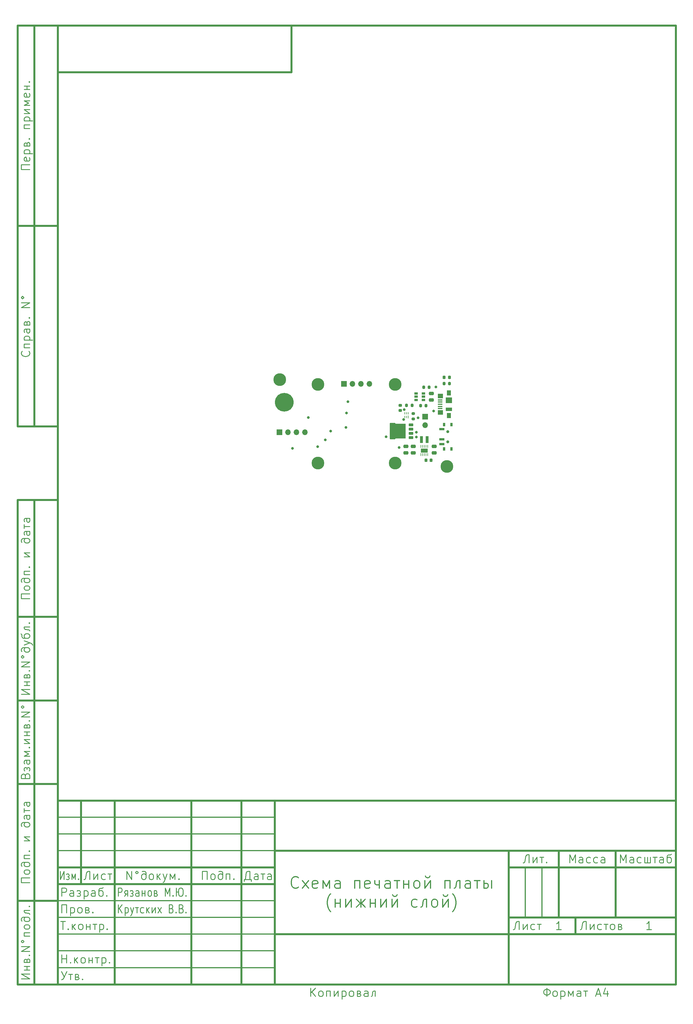
<source format=gbr>
%TF.GenerationSoftware,KiCad,Pcbnew,(6.0.0)*%
%TF.CreationDate,2022-01-12T10:47:11+03:00*%
%TF.ProjectId,Curse_PCB,43757273-655f-4504-9342-2e6b69636164,rev?*%
%TF.SameCoordinates,Original*%
%TF.FileFunction,Soldermask,Bot*%
%TF.FilePolarity,Negative*%
%FSLAX46Y46*%
G04 Gerber Fmt 4.6, Leading zero omitted, Abs format (unit mm)*
G04 Created by KiCad (PCBNEW (6.0.0)) date 2022-01-12 10:47:11*
%MOMM*%
%LPD*%
G01*
G04 APERTURE LIST*
G04 Aperture macros list*
%AMRoundRect*
0 Rectangle with rounded corners*
0 $1 Rounding radius*
0 $2 $3 $4 $5 $6 $7 $8 $9 X,Y pos of 4 corners*
0 Add a 4 corners polygon primitive as box body*
4,1,4,$2,$3,$4,$5,$6,$7,$8,$9,$2,$3,0*
0 Add four circle primitives for the rounded corners*
1,1,$1+$1,$2,$3*
1,1,$1+$1,$4,$5*
1,1,$1+$1,$6,$7*
1,1,$1+$1,$8,$9*
0 Add four rect primitives between the rounded corners*
20,1,$1+$1,$2,$3,$4,$5,0*
20,1,$1+$1,$4,$5,$6,$7,0*
20,1,$1+$1,$6,$7,$8,$9,0*
20,1,$1+$1,$8,$9,$2,$3,0*%
%AMFreePoly0*
4,1,21,3.024497,2.399497,3.045000,2.350000,3.045000,-2.350000,3.024497,-2.399497,2.975000,-2.420000,1.425000,-2.420000,1.375503,-2.399497,1.355000,-2.350000,1.355000,-2.170000,-1.650000,-2.170000,-1.699497,-2.149497,-1.720000,-2.100000,-1.720000,2.100000,-1.699497,2.149497,-1.650000,2.170000,1.355000,2.170000,1.355000,2.350000,1.375503,2.399497,1.425000,2.420000,2.975000,2.420000,
3.024497,2.399497,3.024497,2.399497,$1*%
G04 Aperture macros list end*
%ADD10C,0.100000*%
%ADD11C,0.600000*%
%ADD12C,0.300000*%
%ADD13C,0.250000*%
%ADD14C,0.350000*%
%ADD15C,0.500000*%
%ADD16O,1.700000X1.700000*%
%ADD17R,1.700000X1.700000*%
%ADD18C,3.800000*%
%ADD19C,5.600000*%
%ADD20RoundRect,0.225000X-0.250000X0.225000X-0.250000X-0.225000X0.250000X-0.225000X0.250000X0.225000X0*%
%ADD21RoundRect,0.250000X-0.475000X0.250000X-0.475000X-0.250000X0.475000X-0.250000X0.475000X0.250000X0*%
%ADD22RoundRect,0.225000X-0.225000X-0.250000X0.225000X-0.250000X0.225000X0.250000X-0.225000X0.250000X0*%
%ADD23R,0.280000X0.850000*%
%ADD24R,0.280000X0.750000*%
%ADD25RoundRect,0.062500X-0.062500X0.350000X-0.062500X-0.350000X0.062500X-0.350000X0.062500X0.350000X0*%
%ADD26R,2.000000X1.200000*%
%ADD27R,0.850000X2.000000*%
%ADD28RoundRect,0.200000X0.200000X0.275000X-0.200000X0.275000X-0.200000X-0.275000X0.200000X-0.275000X0*%
%ADD29RoundRect,0.200000X-0.275000X0.200000X-0.275000X-0.200000X0.275000X-0.200000X0.275000X0.200000X0*%
%ADD30RoundRect,0.070000X-0.575000X0.350000X-0.575000X-0.350000X0.575000X-0.350000X0.575000X0.350000X0*%
%ADD31FreePoly0,180.000000*%
%ADD32RoundRect,0.250000X0.475000X-0.250000X0.475000X0.250000X-0.475000X0.250000X-0.475000X-0.250000X0*%
%ADD33R,1.060000X0.650000*%
%ADD34RoundRect,0.218750X-0.218750X-0.256250X0.218750X-0.256250X0.218750X0.256250X-0.218750X0.256250X0*%
%ADD35RoundRect,0.200000X-0.200000X-0.275000X0.200000X-0.275000X0.200000X0.275000X-0.200000X0.275000X0*%
%ADD36C,0.900000*%
%ADD37R,0.800000X1.000000*%
%ADD38R,1.500000X0.700000*%
%ADD39R,1.380000X0.450000*%
%ADD40R,1.300000X1.650000*%
%ADD41R,1.900000X1.000000*%
%ADD42R,1.550000X1.425000*%
%ADD43R,1.900000X1.800000*%
%ADD44C,0.800000*%
G04 APERTURE END LIST*
D10*
D11*
X20000000Y-292002200D02*
X20000000Y-5000000D01*
X205007200Y-5000000D01*
X205007200Y-292002200D01*
X20000000Y-292002200D01*
D10*
D11*
X8000000Y-232002200D02*
X20000000Y-232002200D01*
D10*
D11*
X8000000Y-207002200D02*
X20000000Y-207002200D01*
D10*
D11*
X8000000Y-182002200D02*
X20000000Y-182002200D01*
D10*
D11*
X90000000Y-5000000D02*
X90000000Y-19000000D01*
D10*
D11*
X20000000Y-19000000D02*
X90000000Y-19000000D01*
D10*
D11*
X8000000Y-147002200D02*
X20000000Y-147002200D01*
D10*
D11*
X8000000Y-292002200D02*
X20000000Y-292002200D01*
D10*
D11*
X8000000Y-267002200D02*
X20000000Y-267002200D01*
D10*
D11*
X85007200Y-237002200D02*
X85007200Y-292002200D01*
D10*
D11*
X75007200Y-237002200D02*
X75007200Y-292002200D01*
D10*
D11*
X60007200Y-237002200D02*
X60007200Y-292002200D01*
D10*
D11*
X37007200Y-237002200D02*
X37007200Y-292002200D01*
D10*
D11*
X27007200Y-237002200D02*
X27007200Y-262002200D01*
D10*
D12*
X20007200Y-252002200D02*
X85007200Y-252002200D01*
D10*
D12*
X20007200Y-247002200D02*
X85007200Y-247002200D01*
D10*
D12*
X20007200Y-242002200D02*
X85007200Y-242002200D01*
D10*
D11*
X20007200Y-262002200D02*
X85007200Y-262002200D01*
D10*
D11*
X20007200Y-257002200D02*
X85007200Y-257002200D01*
D10*
D12*
X20007200Y-287002200D02*
X85007200Y-287002200D01*
D10*
D12*
X20007200Y-282002200D02*
X85007200Y-282002200D01*
D10*
D12*
X20007200Y-277002200D02*
X85007200Y-277002200D01*
D10*
D12*
X20007200Y-272002200D02*
X85007200Y-272002200D01*
D10*
D12*
X20007200Y-267002200D02*
X85007200Y-267002200D01*
D10*
D11*
X20007200Y-237002200D02*
X205007200Y-237002200D01*
D10*
D11*
X8000000Y-147002200D02*
X8000000Y-292002200D01*
D10*
D11*
X13000000Y-147002200D02*
X13000000Y-292002200D01*
D10*
D12*
X160007200Y-257002200D02*
X160007200Y-272002200D01*
D10*
D12*
X165007200Y-257002200D02*
X165007200Y-272002200D01*
D10*
D11*
X170007200Y-252002200D02*
X170007200Y-272002200D01*
D10*
D11*
X187007200Y-252002200D02*
X187007200Y-272002200D01*
D10*
D11*
X155007200Y-272002200D02*
X205007200Y-272002200D01*
D10*
D11*
X155007200Y-257002200D02*
X205007200Y-257002200D01*
D10*
D11*
X155007200Y-252002200D02*
X155007200Y-292002200D01*
D10*
D11*
X85007200Y-277002200D02*
X205007200Y-277002200D01*
D10*
D11*
X85007200Y-252002200D02*
X205007200Y-252002200D01*
D10*
D11*
X20007200Y-292002200D02*
X20007200Y-237002200D01*
D10*
D11*
X175007200Y-272002200D02*
X175007200Y-277002200D01*
D10*
D11*
X8000000Y-5002200D02*
X20000000Y-5002200D01*
D10*
D11*
X8000000Y-65002200D02*
X20000000Y-65002200D01*
D10*
D11*
X8000000Y-125002200D02*
X20000000Y-125002200D01*
D10*
D11*
X8000000Y-5002200D02*
X8000000Y-125002200D01*
D10*
D11*
X13000000Y-5002200D02*
X13000000Y-125002200D01*
D10*
D13*
X40709580Y-260633152D02*
X40709580Y-258133152D01*
X42138152Y-260633152D01*
X42138152Y-258133152D01*
X43685771Y-258133152D02*
X43447676Y-258252200D01*
X43328628Y-258490295D01*
X43447676Y-258728390D01*
X43685771Y-258847438D01*
X43923866Y-258728390D01*
X44042914Y-258490295D01*
X43923866Y-258252200D01*
X43685771Y-258133152D01*
X46423866Y-259204580D02*
X46304819Y-259085533D01*
X46066723Y-258966485D01*
X45590533Y-258966485D01*
X45352438Y-259085533D01*
X45233390Y-259204580D01*
X45114342Y-259442676D01*
X45114342Y-260156961D01*
X45233390Y-260395057D01*
X45352438Y-260514104D01*
X45590533Y-260633152D01*
X45947676Y-260633152D01*
X46185771Y-260514104D01*
X46304819Y-260395057D01*
X46423866Y-260156961D01*
X46423866Y-258609342D01*
X46304819Y-258371247D01*
X46185771Y-258252200D01*
X45947676Y-258133152D01*
X45471485Y-258133152D01*
X45233390Y-258252200D01*
X47852438Y-260633152D02*
X47614342Y-260514104D01*
X47495295Y-260395057D01*
X47376247Y-260156961D01*
X47376247Y-259442676D01*
X47495295Y-259204580D01*
X47614342Y-259085533D01*
X47852438Y-258966485D01*
X48209580Y-258966485D01*
X48447676Y-259085533D01*
X48566723Y-259204580D01*
X48685771Y-259442676D01*
X48685771Y-260156961D01*
X48566723Y-260395057D01*
X48447676Y-260514104D01*
X48209580Y-260633152D01*
X47852438Y-260633152D01*
X49757200Y-258966485D02*
X49757200Y-260633152D01*
X49995295Y-259680771D02*
X50709580Y-260633152D01*
X50709580Y-258966485D02*
X49757200Y-259918866D01*
X51542914Y-258966485D02*
X52138152Y-260633152D01*
X52733390Y-258966485D02*
X52138152Y-260633152D01*
X51900057Y-261228390D01*
X51781009Y-261347438D01*
X51542914Y-261466485D01*
X53685771Y-260633152D02*
X53685771Y-258966485D01*
X54400057Y-260276009D01*
X55114342Y-258966485D01*
X55114342Y-260633152D01*
X56304819Y-260395057D02*
X56423866Y-260514104D01*
X56304819Y-260633152D01*
X56185771Y-260514104D01*
X56304819Y-260395057D01*
X56304819Y-260633152D01*
D10*
D13*
X10321428Y-229561723D02*
X10440476Y-229204580D01*
X10559523Y-229085533D01*
X10797619Y-228966485D01*
X11154761Y-228966485D01*
X11392857Y-229085533D01*
X11511904Y-229204580D01*
X11630952Y-229442676D01*
X11630952Y-230395057D01*
X9130952Y-230395057D01*
X9130952Y-229561723D01*
X9250000Y-229323628D01*
X9369047Y-229204580D01*
X9607142Y-229085533D01*
X9845238Y-229085533D01*
X10083333Y-229204580D01*
X10202380Y-229323628D01*
X10321428Y-229561723D01*
X10321428Y-230395057D01*
X10797619Y-227656961D02*
X10797619Y-227418866D01*
X10083333Y-228133152D02*
X9964285Y-227895057D01*
X9964285Y-227418866D01*
X10083333Y-227180771D01*
X10321428Y-227061723D01*
X10440476Y-227061723D01*
X10678571Y-227180771D01*
X10797619Y-227418866D01*
X10916666Y-227180771D01*
X11154761Y-227061723D01*
X11273809Y-227061723D01*
X11511904Y-227180771D01*
X11630952Y-227418866D01*
X11630952Y-227895057D01*
X11511904Y-228133152D01*
X11630952Y-224918866D02*
X10321428Y-224918866D01*
X10083333Y-225037914D01*
X9964285Y-225276009D01*
X9964285Y-225752200D01*
X10083333Y-225990295D01*
X11511904Y-224918866D02*
X11630952Y-225156961D01*
X11630952Y-225752200D01*
X11511904Y-225990295D01*
X11273809Y-226109342D01*
X11035714Y-226109342D01*
X10797619Y-225990295D01*
X10678571Y-225752200D01*
X10678571Y-225156961D01*
X10559523Y-224918866D01*
X11630952Y-223728390D02*
X9964285Y-223728390D01*
X11273809Y-223014104D01*
X9964285Y-222299819D01*
X11630952Y-222299819D01*
X11392857Y-221109342D02*
X11511904Y-220990295D01*
X11630952Y-221109342D01*
X11511904Y-221228390D01*
X11392857Y-221109342D01*
X11630952Y-221109342D01*
X9964285Y-219918866D02*
X11630952Y-219918866D01*
X9964285Y-218728390D01*
X11630952Y-218728390D01*
X10797619Y-217537914D02*
X10797619Y-216466485D01*
X9964285Y-217537914D02*
X11630952Y-217537914D01*
X9964285Y-216466485D02*
X11630952Y-216466485D01*
X10797619Y-214680771D02*
X10916666Y-214323628D01*
X11154761Y-214204580D01*
X11273809Y-214204580D01*
X11511904Y-214323628D01*
X11630952Y-214561723D01*
X11630952Y-215276009D01*
X9964285Y-215276009D01*
X9964285Y-214680771D01*
X10083333Y-214442676D01*
X10321428Y-214323628D01*
X10440476Y-214323628D01*
X10678571Y-214442676D01*
X10797619Y-214680771D01*
X10797619Y-215276009D01*
X11392857Y-213133152D02*
X11511904Y-213014104D01*
X11630952Y-213133152D01*
X11511904Y-213252200D01*
X11392857Y-213133152D01*
X11630952Y-213133152D01*
X11630952Y-211942676D02*
X9130952Y-211942676D01*
X11630952Y-210514104D01*
X9130952Y-210514104D01*
X9130952Y-208966485D02*
X9250000Y-209204580D01*
X9488095Y-209323628D01*
X9726190Y-209204580D01*
X9845238Y-208966485D01*
X9726190Y-208728390D01*
X9488095Y-208609342D01*
X9250000Y-208728390D01*
X9130952Y-208966485D01*
D10*
D13*
X77983390Y-261228390D02*
X77983390Y-260633152D01*
X75840533Y-260633152D01*
X75840533Y-261228390D01*
X77507200Y-260633152D02*
X77507200Y-258133152D01*
X76911961Y-258133152D01*
X76673866Y-258252200D01*
X76554819Y-258371247D01*
X76435771Y-258609342D01*
X76197676Y-260633152D01*
X80007200Y-260633152D02*
X80007200Y-259323628D01*
X79888152Y-259085533D01*
X79650057Y-258966485D01*
X79173866Y-258966485D01*
X78935771Y-259085533D01*
X80007200Y-260514104D02*
X79769104Y-260633152D01*
X79173866Y-260633152D01*
X78935771Y-260514104D01*
X78816723Y-260276009D01*
X78816723Y-260037914D01*
X78935771Y-259799819D01*
X79173866Y-259680771D01*
X79769104Y-259680771D01*
X80007200Y-259561723D01*
X80840533Y-258966485D02*
X82031009Y-258966485D01*
X81435771Y-258966485D02*
X81435771Y-260633152D01*
X83935771Y-260633152D02*
X83935771Y-259323628D01*
X83816723Y-259085533D01*
X83578628Y-258966485D01*
X83102438Y-258966485D01*
X82864342Y-259085533D01*
X83935771Y-260514104D02*
X83697676Y-260633152D01*
X83102438Y-260633152D01*
X82864342Y-260514104D01*
X82745295Y-260276009D01*
X82745295Y-260037914D01*
X82864342Y-259799819D01*
X83102438Y-259680771D01*
X83697676Y-259680771D01*
X83935771Y-259561723D01*
D10*
D13*
X20822225Y-258133152D02*
X20822225Y-260633152D01*
X21896215Y-258133152D01*
X21896215Y-260633152D01*
X22970205Y-259799819D02*
X23149203Y-259799819D01*
X22612208Y-259085533D02*
X22791206Y-258966485D01*
X23149203Y-258966485D01*
X23328201Y-259085533D01*
X23417700Y-259323628D01*
X23417700Y-259442676D01*
X23328201Y-259680771D01*
X23149203Y-259799819D01*
X23328201Y-259918866D01*
X23417700Y-260156961D01*
X23417700Y-260276009D01*
X23328201Y-260514104D01*
X23149203Y-260633152D01*
X22791206Y-260633152D01*
X22612208Y-260514104D01*
X24223193Y-260633152D02*
X24223193Y-258966485D01*
X24760188Y-260276009D01*
X25297182Y-258966485D01*
X25297182Y-260633152D01*
X26192174Y-260395057D02*
X26281673Y-260514104D01*
X26192174Y-260633152D01*
X26102675Y-260514104D01*
X26192174Y-260395057D01*
X26192174Y-260633152D01*
D10*
D13*
X9130952Y-205156961D02*
X11630952Y-205156961D01*
X9130952Y-203728390D01*
X11630952Y-203728390D01*
X10797619Y-202537914D02*
X10797619Y-201466485D01*
X9964285Y-202537914D02*
X11630952Y-202537914D01*
X9964285Y-201466485D02*
X11630952Y-201466485D01*
X10797619Y-199680771D02*
X10916666Y-199323628D01*
X11154761Y-199204580D01*
X11273809Y-199204580D01*
X11511904Y-199323628D01*
X11630952Y-199561723D01*
X11630952Y-200276009D01*
X9964285Y-200276009D01*
X9964285Y-199680771D01*
X10083333Y-199442676D01*
X10321428Y-199323628D01*
X10440476Y-199323628D01*
X10678571Y-199442676D01*
X10797619Y-199680771D01*
X10797619Y-200276009D01*
X11392857Y-198133152D02*
X11511904Y-198014104D01*
X11630952Y-198133152D01*
X11511904Y-198252200D01*
X11392857Y-198133152D01*
X11630952Y-198133152D01*
X11630952Y-196942676D02*
X9130952Y-196942676D01*
X11630952Y-195514104D01*
X9130952Y-195514104D01*
X9130952Y-193966485D02*
X9250000Y-194204580D01*
X9488095Y-194323628D01*
X9726190Y-194204580D01*
X9845238Y-193966485D01*
X9726190Y-193728390D01*
X9488095Y-193609342D01*
X9250000Y-193728390D01*
X9130952Y-193966485D01*
X10202380Y-191228390D02*
X10083333Y-191347438D01*
X9964285Y-191585533D01*
X9964285Y-192061723D01*
X10083333Y-192299819D01*
X10202380Y-192418866D01*
X10440476Y-192537914D01*
X11154761Y-192537914D01*
X11392857Y-192418866D01*
X11511904Y-192299819D01*
X11630952Y-192061723D01*
X11630952Y-191704580D01*
X11511904Y-191466485D01*
X11392857Y-191347438D01*
X11154761Y-191228390D01*
X9607142Y-191228390D01*
X9369047Y-191347438D01*
X9250000Y-191466485D01*
X9130952Y-191704580D01*
X9130952Y-192180771D01*
X9250000Y-192418866D01*
X9964285Y-190395057D02*
X11630952Y-189799819D01*
X9964285Y-189204580D02*
X11630952Y-189799819D01*
X12226190Y-190037914D01*
X12345238Y-190156961D01*
X12464285Y-190395057D01*
X9011904Y-187061723D02*
X9130952Y-187180771D01*
X9250000Y-187418866D01*
X9250000Y-187895057D01*
X9369047Y-188133152D01*
X9488095Y-188252200D01*
X9726190Y-188371247D01*
X11154761Y-188371247D01*
X11392857Y-188252200D01*
X11511904Y-188133152D01*
X11630952Y-187895057D01*
X11630952Y-187537914D01*
X11511904Y-187299819D01*
X11392857Y-187180771D01*
X11154761Y-187061723D01*
X10440476Y-187061723D01*
X10202380Y-187180771D01*
X10083333Y-187299819D01*
X9964285Y-187537914D01*
X9964285Y-188014104D01*
X10083333Y-188252200D01*
X10202380Y-188371247D01*
X11630952Y-185037914D02*
X9964285Y-185037914D01*
X9964285Y-185395057D01*
X10083333Y-185633152D01*
X10321428Y-185752200D01*
X11273809Y-185871247D01*
X11511904Y-185990295D01*
X11630952Y-186228390D01*
X11392857Y-183847438D02*
X11511904Y-183728390D01*
X11630952Y-183847438D01*
X11511904Y-183966485D01*
X11392857Y-183847438D01*
X11630952Y-183847438D01*
D10*
D13*
X9130952Y-290335533D02*
X11630952Y-290335533D01*
X9130952Y-288906961D01*
X11630952Y-288906961D01*
X10797619Y-287716485D02*
X10797619Y-286645057D01*
X9964285Y-287716485D02*
X11630952Y-287716485D01*
X9964285Y-286645057D02*
X11630952Y-286645057D01*
X10797619Y-284859342D02*
X10916666Y-284502200D01*
X11154761Y-284383152D01*
X11273809Y-284383152D01*
X11511904Y-284502200D01*
X11630952Y-284740295D01*
X11630952Y-285454580D01*
X9964285Y-285454580D01*
X9964285Y-284859342D01*
X10083333Y-284621247D01*
X10321428Y-284502200D01*
X10440476Y-284502200D01*
X10678571Y-284621247D01*
X10797619Y-284859342D01*
X10797619Y-285454580D01*
X11392857Y-283311723D02*
X11511904Y-283192676D01*
X11630952Y-283311723D01*
X11511904Y-283430771D01*
X11392857Y-283311723D01*
X11630952Y-283311723D01*
X11630952Y-282121247D02*
X9130952Y-282121247D01*
X11630952Y-280692676D01*
X9130952Y-280692676D01*
X9130952Y-279145057D02*
X9250000Y-279383152D01*
X9488095Y-279502200D01*
X9726190Y-279383152D01*
X9845238Y-279145057D01*
X9726190Y-278906961D01*
X9488095Y-278787914D01*
X9250000Y-278906961D01*
X9130952Y-279145057D01*
X11630952Y-277597438D02*
X9964285Y-277597438D01*
X9964285Y-276526009D01*
X11630952Y-276526009D01*
X11630952Y-274978390D02*
X11511904Y-275216485D01*
X11392857Y-275335533D01*
X11154761Y-275454580D01*
X10440476Y-275454580D01*
X10202380Y-275335533D01*
X10083333Y-275216485D01*
X9964285Y-274978390D01*
X9964285Y-274621247D01*
X10083333Y-274383152D01*
X10202380Y-274264104D01*
X10440476Y-274145057D01*
X11154761Y-274145057D01*
X11392857Y-274264104D01*
X11511904Y-274383152D01*
X11630952Y-274621247D01*
X11630952Y-274978390D01*
X10202380Y-271883152D02*
X10083333Y-272002200D01*
X9964285Y-272240295D01*
X9964285Y-272716485D01*
X10083333Y-272954580D01*
X10202380Y-273073628D01*
X10440476Y-273192676D01*
X11154761Y-273192676D01*
X11392857Y-273073628D01*
X11511904Y-272954580D01*
X11630952Y-272716485D01*
X11630952Y-272359342D01*
X11511904Y-272121247D01*
X11392857Y-272002200D01*
X11154761Y-271883152D01*
X9607142Y-271883152D01*
X9369047Y-272002200D01*
X9250000Y-272121247D01*
X9130952Y-272359342D01*
X9130952Y-272835533D01*
X9250000Y-273073628D01*
X11630952Y-269859342D02*
X9964285Y-269859342D01*
X9964285Y-270216485D01*
X10083333Y-270454580D01*
X10321428Y-270573628D01*
X11273809Y-270692676D01*
X11511904Y-270811723D01*
X11630952Y-271049819D01*
X11392857Y-268668866D02*
X11511904Y-268549819D01*
X11630952Y-268668866D01*
X11511904Y-268787914D01*
X11392857Y-268668866D01*
X11630952Y-268668866D01*
D10*
D13*
X95727438Y-295633152D02*
X95727438Y-293133152D01*
X97156009Y-295633152D02*
X96084580Y-294204580D01*
X97156009Y-293133152D02*
X95727438Y-294561723D01*
X98584580Y-295633152D02*
X98346485Y-295514104D01*
X98227438Y-295395057D01*
X98108390Y-295156961D01*
X98108390Y-294442676D01*
X98227438Y-294204580D01*
X98346485Y-294085533D01*
X98584580Y-293966485D01*
X98941723Y-293966485D01*
X99179819Y-294085533D01*
X99298866Y-294204580D01*
X99417914Y-294442676D01*
X99417914Y-295156961D01*
X99298866Y-295395057D01*
X99179819Y-295514104D01*
X98941723Y-295633152D01*
X98584580Y-295633152D01*
X100489342Y-295633152D02*
X100489342Y-293966485D01*
X101560771Y-293966485D01*
X101560771Y-295633152D01*
X102751247Y-293966485D02*
X102751247Y-295633152D01*
X103941723Y-293966485D01*
X103941723Y-295633152D01*
X105132200Y-293966485D02*
X105132200Y-296466485D01*
X105132200Y-294085533D02*
X105370295Y-293966485D01*
X105846485Y-293966485D01*
X106084580Y-294085533D01*
X106203628Y-294204580D01*
X106322676Y-294442676D01*
X106322676Y-295156961D01*
X106203628Y-295395057D01*
X106084580Y-295514104D01*
X105846485Y-295633152D01*
X105370295Y-295633152D01*
X105132200Y-295514104D01*
X107751247Y-295633152D02*
X107513152Y-295514104D01*
X107394104Y-295395057D01*
X107275057Y-295156961D01*
X107275057Y-294442676D01*
X107394104Y-294204580D01*
X107513152Y-294085533D01*
X107751247Y-293966485D01*
X108108390Y-293966485D01*
X108346485Y-294085533D01*
X108465533Y-294204580D01*
X108584580Y-294442676D01*
X108584580Y-295156961D01*
X108465533Y-295395057D01*
X108346485Y-295514104D01*
X108108390Y-295633152D01*
X107751247Y-295633152D01*
X110251247Y-294799819D02*
X110608390Y-294918866D01*
X110727438Y-295156961D01*
X110727438Y-295276009D01*
X110608390Y-295514104D01*
X110370295Y-295633152D01*
X109656009Y-295633152D01*
X109656009Y-293966485D01*
X110251247Y-293966485D01*
X110489342Y-294085533D01*
X110608390Y-294323628D01*
X110608390Y-294442676D01*
X110489342Y-294680771D01*
X110251247Y-294799819D01*
X109656009Y-294799819D01*
X112870295Y-295633152D02*
X112870295Y-294323628D01*
X112751247Y-294085533D01*
X112513152Y-293966485D01*
X112036961Y-293966485D01*
X111798866Y-294085533D01*
X112870295Y-295514104D02*
X112632200Y-295633152D01*
X112036961Y-295633152D01*
X111798866Y-295514104D01*
X111679819Y-295276009D01*
X111679819Y-295037914D01*
X111798866Y-294799819D01*
X112036961Y-294680771D01*
X112632200Y-294680771D01*
X112870295Y-294561723D01*
X115013152Y-295633152D02*
X115013152Y-293966485D01*
X114656009Y-293966485D01*
X114417914Y-294085533D01*
X114298866Y-294323628D01*
X114179819Y-295276009D01*
X114060771Y-295514104D01*
X113822676Y-295633152D01*
D10*
D13*
X158156009Y-275633152D02*
X158156009Y-273133152D01*
X157798866Y-273133152D01*
X157441723Y-273252200D01*
X157203628Y-273490295D01*
X157084580Y-273847438D01*
X156846485Y-275276009D01*
X156727438Y-275514104D01*
X156489342Y-275633152D01*
X156370295Y-275633152D01*
X159346485Y-273966485D02*
X159346485Y-275633152D01*
X160536961Y-273966485D01*
X160536961Y-275633152D01*
X162798866Y-275514104D02*
X162560771Y-275633152D01*
X162084580Y-275633152D01*
X161846485Y-275514104D01*
X161727438Y-275395057D01*
X161608390Y-275156961D01*
X161608390Y-274442676D01*
X161727438Y-274204580D01*
X161846485Y-274085533D01*
X162084580Y-273966485D01*
X162560771Y-273966485D01*
X162798866Y-274085533D01*
X163513152Y-273966485D02*
X164703628Y-273966485D01*
X164108390Y-273966485D02*
X164108390Y-275633152D01*
D10*
D13*
X29626247Y-260633152D02*
X29626247Y-258133152D01*
X29269104Y-258133152D01*
X28911961Y-258252200D01*
X28673866Y-258490295D01*
X28554819Y-258847438D01*
X28316723Y-260276009D01*
X28197676Y-260514104D01*
X27959580Y-260633152D01*
X27840533Y-260633152D01*
X30816723Y-258966485D02*
X30816723Y-260633152D01*
X32007200Y-258966485D01*
X32007200Y-260633152D01*
X34269104Y-260514104D02*
X34031009Y-260633152D01*
X33554819Y-260633152D01*
X33316723Y-260514104D01*
X33197676Y-260395057D01*
X33078628Y-260156961D01*
X33078628Y-259442676D01*
X33197676Y-259204580D01*
X33316723Y-259085533D01*
X33554819Y-258966485D01*
X34031009Y-258966485D01*
X34269104Y-259085533D01*
X34983390Y-258966485D02*
X36173866Y-258966485D01*
X35578628Y-258966485D02*
X35578628Y-260633152D01*
D10*
D13*
X178156009Y-275633152D02*
X178156009Y-273133152D01*
X177798866Y-273133152D01*
X177441723Y-273252200D01*
X177203628Y-273490295D01*
X177084580Y-273847438D01*
X176846485Y-275276009D01*
X176727438Y-275514104D01*
X176489342Y-275633152D01*
X176370295Y-275633152D01*
X179346485Y-273966485D02*
X179346485Y-275633152D01*
X180536961Y-273966485D01*
X180536961Y-275633152D01*
X182798866Y-275514104D02*
X182560771Y-275633152D01*
X182084580Y-275633152D01*
X181846485Y-275514104D01*
X181727438Y-275395057D01*
X181608390Y-275156961D01*
X181608390Y-274442676D01*
X181727438Y-274204580D01*
X181846485Y-274085533D01*
X182084580Y-273966485D01*
X182560771Y-273966485D01*
X182798866Y-274085533D01*
X183513152Y-273966485D02*
X184703628Y-273966485D01*
X184108390Y-273966485D02*
X184108390Y-275633152D01*
X185894104Y-275633152D02*
X185656009Y-275514104D01*
X185536961Y-275395057D01*
X185417914Y-275156961D01*
X185417914Y-274442676D01*
X185536961Y-274204580D01*
X185656009Y-274085533D01*
X185894104Y-273966485D01*
X186251247Y-273966485D01*
X186489342Y-274085533D01*
X186608390Y-274204580D01*
X186727438Y-274442676D01*
X186727438Y-275156961D01*
X186608390Y-275395057D01*
X186489342Y-275514104D01*
X186251247Y-275633152D01*
X185894104Y-275633152D01*
X188394104Y-274799819D02*
X188751247Y-274918866D01*
X188870295Y-275156961D01*
X188870295Y-275276009D01*
X188751247Y-275514104D01*
X188513152Y-275633152D01*
X187798866Y-275633152D01*
X187798866Y-273966485D01*
X188394104Y-273966485D01*
X188632200Y-274085533D01*
X188751247Y-274323628D01*
X188751247Y-274442676D01*
X188632200Y-274680771D01*
X188394104Y-274799819D01*
X187798866Y-274799819D01*
D10*
D13*
X161102438Y-255633152D02*
X161102438Y-253133152D01*
X160745295Y-253133152D01*
X160388152Y-253252200D01*
X160150057Y-253490295D01*
X160031009Y-253847438D01*
X159792914Y-255276009D01*
X159673866Y-255514104D01*
X159435771Y-255633152D01*
X159316723Y-255633152D01*
X162292914Y-253966485D02*
X162292914Y-255633152D01*
X163483390Y-253966485D01*
X163483390Y-255633152D01*
X164316723Y-253966485D02*
X165507200Y-253966485D01*
X164911961Y-253966485D02*
X164911961Y-255633152D01*
X166340533Y-255395057D02*
X166459580Y-255514104D01*
X166340533Y-255633152D01*
X166221485Y-255514104D01*
X166340533Y-255395057D01*
X166340533Y-255633152D01*
D10*
D13*
X173269104Y-255633152D02*
X173269104Y-253133152D01*
X174102438Y-254918866D01*
X174935771Y-253133152D01*
X174935771Y-255633152D01*
X177197676Y-255633152D02*
X177197676Y-254323628D01*
X177078628Y-254085533D01*
X176840533Y-253966485D01*
X176364342Y-253966485D01*
X176126247Y-254085533D01*
X177197676Y-255514104D02*
X176959580Y-255633152D01*
X176364342Y-255633152D01*
X176126247Y-255514104D01*
X176007200Y-255276009D01*
X176007200Y-255037914D01*
X176126247Y-254799819D01*
X176364342Y-254680771D01*
X176959580Y-254680771D01*
X177197676Y-254561723D01*
X179459580Y-255514104D02*
X179221485Y-255633152D01*
X178745295Y-255633152D01*
X178507200Y-255514104D01*
X178388152Y-255395057D01*
X178269104Y-255156961D01*
X178269104Y-254442676D01*
X178388152Y-254204580D01*
X178507200Y-254085533D01*
X178745295Y-253966485D01*
X179221485Y-253966485D01*
X179459580Y-254085533D01*
X181602438Y-255514104D02*
X181364342Y-255633152D01*
X180888152Y-255633152D01*
X180650057Y-255514104D01*
X180531009Y-255395057D01*
X180411961Y-255156961D01*
X180411961Y-254442676D01*
X180531009Y-254204580D01*
X180650057Y-254085533D01*
X180888152Y-253966485D01*
X181364342Y-253966485D01*
X181602438Y-254085533D01*
X183745295Y-255633152D02*
X183745295Y-254323628D01*
X183626247Y-254085533D01*
X183388152Y-253966485D01*
X182911961Y-253966485D01*
X182673866Y-254085533D01*
X183745295Y-255514104D02*
X183507200Y-255633152D01*
X182911961Y-255633152D01*
X182673866Y-255514104D01*
X182554819Y-255276009D01*
X182554819Y-255037914D01*
X182673866Y-254799819D01*
X182911961Y-254680771D01*
X183507200Y-254680771D01*
X183745295Y-254561723D01*
D10*
D13*
X188447676Y-255633152D02*
X188447676Y-253133152D01*
X189281009Y-254918866D01*
X190114342Y-253133152D01*
X190114342Y-255633152D01*
X192376247Y-255633152D02*
X192376247Y-254323628D01*
X192257200Y-254085533D01*
X192019104Y-253966485D01*
X191542914Y-253966485D01*
X191304819Y-254085533D01*
X192376247Y-255514104D02*
X192138152Y-255633152D01*
X191542914Y-255633152D01*
X191304819Y-255514104D01*
X191185771Y-255276009D01*
X191185771Y-255037914D01*
X191304819Y-254799819D01*
X191542914Y-254680771D01*
X192138152Y-254680771D01*
X192376247Y-254561723D01*
X194638152Y-255514104D02*
X194400057Y-255633152D01*
X193923866Y-255633152D01*
X193685771Y-255514104D01*
X193566723Y-255395057D01*
X193447676Y-255156961D01*
X193447676Y-254442676D01*
X193566723Y-254204580D01*
X193685771Y-254085533D01*
X193923866Y-253966485D01*
X194400057Y-253966485D01*
X194638152Y-254085533D01*
X196542914Y-253966485D02*
X196542914Y-255633152D01*
X195709580Y-253966485D02*
X195709580Y-255633152D01*
X197376247Y-255633152D01*
X197376247Y-253966485D01*
X198209580Y-253966485D02*
X199400057Y-253966485D01*
X198804819Y-253966485D02*
X198804819Y-255633152D01*
X201304819Y-255633152D02*
X201304819Y-254323628D01*
X201185771Y-254085533D01*
X200947676Y-253966485D01*
X200471485Y-253966485D01*
X200233390Y-254085533D01*
X201304819Y-255514104D02*
X201066723Y-255633152D01*
X200471485Y-255633152D01*
X200233390Y-255514104D01*
X200114342Y-255276009D01*
X200114342Y-255037914D01*
X200233390Y-254799819D01*
X200471485Y-254680771D01*
X201066723Y-254680771D01*
X201304819Y-254561723D01*
X203685771Y-253014104D02*
X203566723Y-253133152D01*
X203328628Y-253252200D01*
X202852438Y-253252200D01*
X202614342Y-253371247D01*
X202495295Y-253490295D01*
X202376247Y-253728390D01*
X202376247Y-255156961D01*
X202495295Y-255395057D01*
X202614342Y-255514104D01*
X202852438Y-255633152D01*
X203209580Y-255633152D01*
X203447676Y-255514104D01*
X203566723Y-255395057D01*
X203685771Y-255156961D01*
X203685771Y-254442676D01*
X203566723Y-254204580D01*
X203447676Y-254085533D01*
X203209580Y-253966485D01*
X202733390Y-253966485D01*
X202495295Y-254085533D01*
X202376247Y-254204580D01*
D10*
D13*
X21227438Y-285633152D02*
X21227438Y-283133152D01*
X21227438Y-284323628D02*
X22656009Y-284323628D01*
X22656009Y-285633152D02*
X22656009Y-283133152D01*
X23846485Y-285395057D02*
X23965533Y-285514104D01*
X23846485Y-285633152D01*
X23727438Y-285514104D01*
X23846485Y-285395057D01*
X23846485Y-285633152D01*
X25036961Y-283966485D02*
X25036961Y-285633152D01*
X25275057Y-284680771D02*
X25989342Y-285633152D01*
X25989342Y-283966485D02*
X25036961Y-284918866D01*
X27417914Y-285633152D02*
X27179819Y-285514104D01*
X27060771Y-285395057D01*
X26941723Y-285156961D01*
X26941723Y-284442676D01*
X27060771Y-284204580D01*
X27179819Y-284085533D01*
X27417914Y-283966485D01*
X27775057Y-283966485D01*
X28013152Y-284085533D01*
X28132200Y-284204580D01*
X28251247Y-284442676D01*
X28251247Y-285156961D01*
X28132200Y-285395057D01*
X28013152Y-285514104D01*
X27775057Y-285633152D01*
X27417914Y-285633152D01*
X29322676Y-284799819D02*
X30394104Y-284799819D01*
X29322676Y-283966485D02*
X29322676Y-285633152D01*
X30394104Y-283966485D02*
X30394104Y-285633152D01*
X31227438Y-283966485D02*
X32417914Y-283966485D01*
X31822676Y-283966485D02*
X31822676Y-285633152D01*
X33251247Y-283966485D02*
X33251247Y-286466485D01*
X33251247Y-284085533D02*
X33489342Y-283966485D01*
X33965533Y-283966485D01*
X34203628Y-284085533D01*
X34322676Y-284204580D01*
X34441723Y-284442676D01*
X34441723Y-285156961D01*
X34322676Y-285395057D01*
X34203628Y-285514104D01*
X33965533Y-285633152D01*
X33489342Y-285633152D01*
X33251247Y-285514104D01*
X35513152Y-285395057D02*
X35632200Y-285514104D01*
X35513152Y-285633152D01*
X35394104Y-285514104D01*
X35513152Y-285395057D01*
X35513152Y-285633152D01*
D10*
D13*
X11630952Y-48097438D02*
X9130952Y-48097438D01*
X9130952Y-46668866D01*
X11630952Y-46668866D01*
X11511904Y-44526009D02*
X11630952Y-44764104D01*
X11630952Y-45240295D01*
X11511904Y-45478390D01*
X11273809Y-45597438D01*
X10321428Y-45597438D01*
X10083333Y-45478390D01*
X9964285Y-45240295D01*
X9964285Y-44764104D01*
X10083333Y-44526009D01*
X10321428Y-44406961D01*
X10559523Y-44406961D01*
X10797619Y-45597438D01*
X9964285Y-43335533D02*
X12464285Y-43335533D01*
X10083333Y-43335533D02*
X9964285Y-43097438D01*
X9964285Y-42621247D01*
X10083333Y-42383152D01*
X10202380Y-42264104D01*
X10440476Y-42145057D01*
X11154761Y-42145057D01*
X11392857Y-42264104D01*
X11511904Y-42383152D01*
X11630952Y-42621247D01*
X11630952Y-43097438D01*
X11511904Y-43335533D01*
X10797619Y-40478390D02*
X10916666Y-40121247D01*
X11154761Y-40002200D01*
X11273809Y-40002200D01*
X11511904Y-40121247D01*
X11630952Y-40359342D01*
X11630952Y-41073628D01*
X9964285Y-41073628D01*
X9964285Y-40478390D01*
X10083333Y-40240295D01*
X10321428Y-40121247D01*
X10440476Y-40121247D01*
X10678571Y-40240295D01*
X10797619Y-40478390D01*
X10797619Y-41073628D01*
X11392857Y-38930771D02*
X11511904Y-38811723D01*
X11630952Y-38930771D01*
X11511904Y-39049819D01*
X11392857Y-38930771D01*
X11630952Y-38930771D01*
X11630952Y-35835533D02*
X9964285Y-35835533D01*
X9964285Y-34764104D01*
X11630952Y-34764104D01*
X9964285Y-33573628D02*
X12464285Y-33573628D01*
X10083333Y-33573628D02*
X9964285Y-33335533D01*
X9964285Y-32859342D01*
X10083333Y-32621247D01*
X10202380Y-32502200D01*
X10440476Y-32383152D01*
X11154761Y-32383152D01*
X11392857Y-32502200D01*
X11511904Y-32621247D01*
X11630952Y-32859342D01*
X11630952Y-33335533D01*
X11511904Y-33573628D01*
X9964285Y-31311723D02*
X11630952Y-31311723D01*
X9964285Y-30121247D01*
X11630952Y-30121247D01*
X11630952Y-28930771D02*
X9964285Y-28930771D01*
X11273809Y-28216485D01*
X9964285Y-27502200D01*
X11630952Y-27502200D01*
X11511904Y-25359342D02*
X11630952Y-25597438D01*
X11630952Y-26073628D01*
X11511904Y-26311723D01*
X11273809Y-26430771D01*
X10321428Y-26430771D01*
X10083333Y-26311723D01*
X9964285Y-26073628D01*
X9964285Y-25597438D01*
X10083333Y-25359342D01*
X10321428Y-25240295D01*
X10559523Y-25240295D01*
X10797619Y-26430771D01*
X10797619Y-24168866D02*
X10797619Y-23097438D01*
X9964285Y-24168866D02*
X11630952Y-24168866D01*
X9964285Y-23097438D02*
X11630952Y-23097438D01*
X11392857Y-21906961D02*
X11511904Y-21787914D01*
X11630952Y-21906961D01*
X11511904Y-22026009D01*
X11392857Y-21906961D01*
X11630952Y-21906961D01*
D10*
D13*
X11630952Y-261526009D02*
X9130952Y-261526009D01*
X9130952Y-260097438D01*
X11630952Y-260097438D01*
X11630952Y-258549819D02*
X11511904Y-258787914D01*
X11392857Y-258906961D01*
X11154761Y-259026009D01*
X10440476Y-259026009D01*
X10202380Y-258906961D01*
X10083333Y-258787914D01*
X9964285Y-258549819D01*
X9964285Y-258192676D01*
X10083333Y-257954580D01*
X10202380Y-257835533D01*
X10440476Y-257716485D01*
X11154761Y-257716485D01*
X11392857Y-257835533D01*
X11511904Y-257954580D01*
X11630952Y-258192676D01*
X11630952Y-258549819D01*
X10202380Y-255454580D02*
X10083333Y-255573628D01*
X9964285Y-255811723D01*
X9964285Y-256287914D01*
X10083333Y-256526009D01*
X10202380Y-256645057D01*
X10440476Y-256764104D01*
X11154761Y-256764104D01*
X11392857Y-256645057D01*
X11511904Y-256526009D01*
X11630952Y-256287914D01*
X11630952Y-255930771D01*
X11511904Y-255692676D01*
X11392857Y-255573628D01*
X11154761Y-255454580D01*
X9607142Y-255454580D01*
X9369047Y-255573628D01*
X9250000Y-255692676D01*
X9130952Y-255930771D01*
X9130952Y-256406961D01*
X9250000Y-256645057D01*
X11630952Y-254383152D02*
X9964285Y-254383152D01*
X9964285Y-253311723D01*
X11630952Y-253311723D01*
X11392857Y-252121247D02*
X11511904Y-252002200D01*
X11630952Y-252121247D01*
X11511904Y-252240295D01*
X11392857Y-252121247D01*
X11630952Y-252121247D01*
X9964285Y-249026009D02*
X11630952Y-249026009D01*
X9964285Y-247835533D01*
X11630952Y-247835533D01*
X10202380Y-243549819D02*
X10083333Y-243668866D01*
X9964285Y-243906961D01*
X9964285Y-244383152D01*
X10083333Y-244621247D01*
X10202380Y-244740295D01*
X10440476Y-244859342D01*
X11154761Y-244859342D01*
X11392857Y-244740295D01*
X11511904Y-244621247D01*
X11630952Y-244383152D01*
X11630952Y-244026009D01*
X11511904Y-243787914D01*
X11392857Y-243668866D01*
X11154761Y-243549819D01*
X9607142Y-243549819D01*
X9369047Y-243668866D01*
X9250000Y-243787914D01*
X9130952Y-244026009D01*
X9130952Y-244502200D01*
X9250000Y-244740295D01*
X11630952Y-241406961D02*
X10321428Y-241406961D01*
X10083333Y-241526009D01*
X9964285Y-241764104D01*
X9964285Y-242240295D01*
X10083333Y-242478390D01*
X11511904Y-241406961D02*
X11630952Y-241645057D01*
X11630952Y-242240295D01*
X11511904Y-242478390D01*
X11273809Y-242597438D01*
X11035714Y-242597438D01*
X10797619Y-242478390D01*
X10678571Y-242240295D01*
X10678571Y-241645057D01*
X10559523Y-241406961D01*
X9964285Y-240573628D02*
X9964285Y-239383152D01*
X9964285Y-239978390D02*
X11630952Y-239978390D01*
X11630952Y-237478390D02*
X10321428Y-237478390D01*
X10083333Y-237597438D01*
X9964285Y-237835533D01*
X9964285Y-238311723D01*
X10083333Y-238549819D01*
X11511904Y-237478390D02*
X11630952Y-237716485D01*
X11630952Y-238311723D01*
X11511904Y-238549819D01*
X11273809Y-238668866D01*
X11035714Y-238668866D01*
X10797619Y-238549819D01*
X10678571Y-238311723D01*
X10678571Y-237716485D01*
X10559523Y-237478390D01*
D10*
D13*
X11630952Y-176526009D02*
X9130952Y-176526009D01*
X9130952Y-175097438D01*
X11630952Y-175097438D01*
X11630952Y-173549819D02*
X11511904Y-173787914D01*
X11392857Y-173906961D01*
X11154761Y-174026009D01*
X10440476Y-174026009D01*
X10202380Y-173906961D01*
X10083333Y-173787914D01*
X9964285Y-173549819D01*
X9964285Y-173192676D01*
X10083333Y-172954580D01*
X10202380Y-172835533D01*
X10440476Y-172716485D01*
X11154761Y-172716485D01*
X11392857Y-172835533D01*
X11511904Y-172954580D01*
X11630952Y-173192676D01*
X11630952Y-173549819D01*
X10202380Y-170454580D02*
X10083333Y-170573628D01*
X9964285Y-170811723D01*
X9964285Y-171287914D01*
X10083333Y-171526009D01*
X10202380Y-171645057D01*
X10440476Y-171764104D01*
X11154761Y-171764104D01*
X11392857Y-171645057D01*
X11511904Y-171526009D01*
X11630952Y-171287914D01*
X11630952Y-170930771D01*
X11511904Y-170692676D01*
X11392857Y-170573628D01*
X11154761Y-170454580D01*
X9607142Y-170454580D01*
X9369047Y-170573628D01*
X9250000Y-170692676D01*
X9130952Y-170930771D01*
X9130952Y-171406961D01*
X9250000Y-171645057D01*
X11630952Y-169383152D02*
X9964285Y-169383152D01*
X9964285Y-168311723D01*
X11630952Y-168311723D01*
X11392857Y-167121247D02*
X11511904Y-167002200D01*
X11630952Y-167121247D01*
X11511904Y-167240295D01*
X11392857Y-167121247D01*
X11630952Y-167121247D01*
X9964285Y-164026009D02*
X11630952Y-164026009D01*
X9964285Y-162835533D01*
X11630952Y-162835533D01*
X10202380Y-158549819D02*
X10083333Y-158668866D01*
X9964285Y-158906961D01*
X9964285Y-159383152D01*
X10083333Y-159621247D01*
X10202380Y-159740295D01*
X10440476Y-159859342D01*
X11154761Y-159859342D01*
X11392857Y-159740295D01*
X11511904Y-159621247D01*
X11630952Y-159383152D01*
X11630952Y-159026009D01*
X11511904Y-158787914D01*
X11392857Y-158668866D01*
X11154761Y-158549819D01*
X9607142Y-158549819D01*
X9369047Y-158668866D01*
X9250000Y-158787914D01*
X9130952Y-159026009D01*
X9130952Y-159502200D01*
X9250000Y-159740295D01*
X11630952Y-156406961D02*
X10321428Y-156406961D01*
X10083333Y-156526009D01*
X9964285Y-156764104D01*
X9964285Y-157240295D01*
X10083333Y-157478390D01*
X11511904Y-156406961D02*
X11630952Y-156645057D01*
X11630952Y-157240295D01*
X11511904Y-157478390D01*
X11273809Y-157597438D01*
X11035714Y-157597438D01*
X10797619Y-157478390D01*
X10678571Y-157240295D01*
X10678571Y-156645057D01*
X10559523Y-156406961D01*
X9964285Y-155573628D02*
X9964285Y-154383152D01*
X9964285Y-154978390D02*
X11630952Y-154978390D01*
X11630952Y-152478390D02*
X10321428Y-152478390D01*
X10083333Y-152597438D01*
X9964285Y-152835533D01*
X9964285Y-153311723D01*
X10083333Y-153549819D01*
X11511904Y-152478390D02*
X11630952Y-152716485D01*
X11630952Y-153311723D01*
X11511904Y-153549819D01*
X11273809Y-153668866D01*
X11035714Y-153668866D01*
X10797619Y-153549819D01*
X10678571Y-153311723D01*
X10678571Y-152716485D01*
X10559523Y-152478390D01*
D10*
D13*
X63304819Y-260633152D02*
X63304819Y-258133152D01*
X64733390Y-258133152D01*
X64733390Y-260633152D01*
X66281009Y-260633152D02*
X66042914Y-260514104D01*
X65923866Y-260395057D01*
X65804819Y-260156961D01*
X65804819Y-259442676D01*
X65923866Y-259204580D01*
X66042914Y-259085533D01*
X66281009Y-258966485D01*
X66638152Y-258966485D01*
X66876247Y-259085533D01*
X66995295Y-259204580D01*
X67114342Y-259442676D01*
X67114342Y-260156961D01*
X66995295Y-260395057D01*
X66876247Y-260514104D01*
X66638152Y-260633152D01*
X66281009Y-260633152D01*
X69376247Y-259204580D02*
X69257200Y-259085533D01*
X69019104Y-258966485D01*
X68542914Y-258966485D01*
X68304819Y-259085533D01*
X68185771Y-259204580D01*
X68066723Y-259442676D01*
X68066723Y-260156961D01*
X68185771Y-260395057D01*
X68304819Y-260514104D01*
X68542914Y-260633152D01*
X68900057Y-260633152D01*
X69138152Y-260514104D01*
X69257200Y-260395057D01*
X69376247Y-260156961D01*
X69376247Y-258609342D01*
X69257200Y-258371247D01*
X69138152Y-258252200D01*
X68900057Y-258133152D01*
X68423866Y-258133152D01*
X68185771Y-258252200D01*
X70447676Y-260633152D02*
X70447676Y-258966485D01*
X71519104Y-258966485D01*
X71519104Y-260633152D01*
X72709580Y-260395057D02*
X72828628Y-260514104D01*
X72709580Y-260633152D01*
X72590533Y-260514104D01*
X72709580Y-260395057D01*
X72709580Y-260633152D01*
D10*
D13*
X21227438Y-270633152D02*
X21227438Y-268133152D01*
X22656009Y-268133152D01*
X22656009Y-270633152D01*
X23846485Y-268966485D02*
X23846485Y-271466485D01*
X23846485Y-269085533D02*
X24084580Y-268966485D01*
X24560771Y-268966485D01*
X24798866Y-269085533D01*
X24917914Y-269204580D01*
X25036961Y-269442676D01*
X25036961Y-270156961D01*
X24917914Y-270395057D01*
X24798866Y-270514104D01*
X24560771Y-270633152D01*
X24084580Y-270633152D01*
X23846485Y-270514104D01*
X26465533Y-270633152D02*
X26227438Y-270514104D01*
X26108390Y-270395057D01*
X25989342Y-270156961D01*
X25989342Y-269442676D01*
X26108390Y-269204580D01*
X26227438Y-269085533D01*
X26465533Y-268966485D01*
X26822676Y-268966485D01*
X27060771Y-269085533D01*
X27179819Y-269204580D01*
X27298866Y-269442676D01*
X27298866Y-270156961D01*
X27179819Y-270395057D01*
X27060771Y-270514104D01*
X26822676Y-270633152D01*
X26465533Y-270633152D01*
X28965533Y-269799819D02*
X29322676Y-269918866D01*
X29441723Y-270156961D01*
X29441723Y-270276009D01*
X29322676Y-270514104D01*
X29084580Y-270633152D01*
X28370295Y-270633152D01*
X28370295Y-268966485D01*
X28965533Y-268966485D01*
X29203628Y-269085533D01*
X29322676Y-269323628D01*
X29322676Y-269442676D01*
X29203628Y-269680771D01*
X28965533Y-269799819D01*
X28370295Y-269799819D01*
X30513152Y-270395057D02*
X30632200Y-270514104D01*
X30513152Y-270633152D01*
X30394104Y-270514104D01*
X30513152Y-270395057D01*
X30513152Y-270633152D01*
D10*
D13*
X21227438Y-265633152D02*
X21227438Y-263133152D01*
X22179819Y-263133152D01*
X22417914Y-263252200D01*
X22536961Y-263371247D01*
X22656009Y-263609342D01*
X22656009Y-263966485D01*
X22536961Y-264204580D01*
X22417914Y-264323628D01*
X22179819Y-264442676D01*
X21227438Y-264442676D01*
X24798866Y-265633152D02*
X24798866Y-264323628D01*
X24679819Y-264085533D01*
X24441723Y-263966485D01*
X23965533Y-263966485D01*
X23727438Y-264085533D01*
X24798866Y-265514104D02*
X24560771Y-265633152D01*
X23965533Y-265633152D01*
X23727438Y-265514104D01*
X23608390Y-265276009D01*
X23608390Y-265037914D01*
X23727438Y-264799819D01*
X23965533Y-264680771D01*
X24560771Y-264680771D01*
X24798866Y-264561723D01*
X26227438Y-264799819D02*
X26465533Y-264799819D01*
X25751247Y-264085533D02*
X25989342Y-263966485D01*
X26465533Y-263966485D01*
X26703628Y-264085533D01*
X26822676Y-264323628D01*
X26822676Y-264442676D01*
X26703628Y-264680771D01*
X26465533Y-264799819D01*
X26703628Y-264918866D01*
X26822676Y-265156961D01*
X26822676Y-265276009D01*
X26703628Y-265514104D01*
X26465533Y-265633152D01*
X25989342Y-265633152D01*
X25751247Y-265514104D01*
X27894104Y-263966485D02*
X27894104Y-266466485D01*
X27894104Y-264085533D02*
X28132200Y-263966485D01*
X28608390Y-263966485D01*
X28846485Y-264085533D01*
X28965533Y-264204580D01*
X29084580Y-264442676D01*
X29084580Y-265156961D01*
X28965533Y-265395057D01*
X28846485Y-265514104D01*
X28608390Y-265633152D01*
X28132200Y-265633152D01*
X27894104Y-265514104D01*
X31227438Y-265633152D02*
X31227438Y-264323628D01*
X31108390Y-264085533D01*
X30870295Y-263966485D01*
X30394104Y-263966485D01*
X30156009Y-264085533D01*
X31227438Y-265514104D02*
X30989342Y-265633152D01*
X30394104Y-265633152D01*
X30156009Y-265514104D01*
X30036961Y-265276009D01*
X30036961Y-265037914D01*
X30156009Y-264799819D01*
X30394104Y-264680771D01*
X30989342Y-264680771D01*
X31227438Y-264561723D01*
X33608390Y-263014104D02*
X33489342Y-263133152D01*
X33251247Y-263252200D01*
X32775057Y-263252200D01*
X32536961Y-263371247D01*
X32417914Y-263490295D01*
X32298866Y-263728390D01*
X32298866Y-265156961D01*
X32417914Y-265395057D01*
X32536961Y-265514104D01*
X32775057Y-265633152D01*
X33132200Y-265633152D01*
X33370295Y-265514104D01*
X33489342Y-265395057D01*
X33608390Y-265156961D01*
X33608390Y-264442676D01*
X33489342Y-264204580D01*
X33370295Y-264085533D01*
X33132200Y-263966485D01*
X32656009Y-263966485D01*
X32417914Y-264085533D01*
X32298866Y-264204580D01*
X34679819Y-265395057D02*
X34798866Y-265514104D01*
X34679819Y-265633152D01*
X34560771Y-265514104D01*
X34679819Y-265395057D01*
X34679819Y-265633152D01*
D10*
D13*
X11392857Y-102502200D02*
X11511904Y-102621247D01*
X11630952Y-102978390D01*
X11630952Y-103216485D01*
X11511904Y-103573628D01*
X11273809Y-103811723D01*
X11035714Y-103930771D01*
X10559523Y-104049819D01*
X10202380Y-104049819D01*
X9726190Y-103930771D01*
X9488095Y-103811723D01*
X9250000Y-103573628D01*
X9130952Y-103216485D01*
X9130952Y-102978390D01*
X9250000Y-102621247D01*
X9369047Y-102502200D01*
X11630952Y-101430771D02*
X9964285Y-101430771D01*
X9964285Y-100359342D01*
X11630952Y-100359342D01*
X9964285Y-99168866D02*
X12464285Y-99168866D01*
X10083333Y-99168866D02*
X9964285Y-98930771D01*
X9964285Y-98454580D01*
X10083333Y-98216485D01*
X10202380Y-98097438D01*
X10440476Y-97978390D01*
X11154761Y-97978390D01*
X11392857Y-98097438D01*
X11511904Y-98216485D01*
X11630952Y-98454580D01*
X11630952Y-98930771D01*
X11511904Y-99168866D01*
X11630952Y-95835533D02*
X10321428Y-95835533D01*
X10083333Y-95954580D01*
X9964285Y-96192676D01*
X9964285Y-96668866D01*
X10083333Y-96906961D01*
X11511904Y-95835533D02*
X11630952Y-96073628D01*
X11630952Y-96668866D01*
X11511904Y-96906961D01*
X11273809Y-97026009D01*
X11035714Y-97026009D01*
X10797619Y-96906961D01*
X10678571Y-96668866D01*
X10678571Y-96073628D01*
X10559523Y-95835533D01*
X10797619Y-94049819D02*
X10916666Y-93692676D01*
X11154761Y-93573628D01*
X11273809Y-93573628D01*
X11511904Y-93692676D01*
X11630952Y-93930771D01*
X11630952Y-94645057D01*
X9964285Y-94645057D01*
X9964285Y-94049819D01*
X10083333Y-93811723D01*
X10321428Y-93692676D01*
X10440476Y-93692676D01*
X10678571Y-93811723D01*
X10797619Y-94049819D01*
X10797619Y-94645057D01*
X11392857Y-92502200D02*
X11511904Y-92383152D01*
X11630952Y-92502200D01*
X11511904Y-92621247D01*
X11392857Y-92502200D01*
X11630952Y-92502200D01*
X11630952Y-89406961D02*
X9130952Y-89406961D01*
X11630952Y-87978390D01*
X9130952Y-87978390D01*
X9130952Y-86430771D02*
X9250000Y-86668866D01*
X9488095Y-86787914D01*
X9726190Y-86668866D01*
X9845238Y-86430771D01*
X9726190Y-86192676D01*
X9488095Y-86073628D01*
X9250000Y-86192676D01*
X9130952Y-86430771D01*
D10*
D13*
X20870295Y-273133152D02*
X22298866Y-273133152D01*
X21584580Y-275633152D02*
X21584580Y-273133152D01*
X23132200Y-275395057D02*
X23251247Y-275514104D01*
X23132200Y-275633152D01*
X23013152Y-275514104D01*
X23132200Y-275395057D01*
X23132200Y-275633152D01*
X24322676Y-273966485D02*
X24322676Y-275633152D01*
X24560771Y-274680771D02*
X25275057Y-275633152D01*
X25275057Y-273966485D02*
X24322676Y-274918866D01*
X26703628Y-275633152D02*
X26465533Y-275514104D01*
X26346485Y-275395057D01*
X26227438Y-275156961D01*
X26227438Y-274442676D01*
X26346485Y-274204580D01*
X26465533Y-274085533D01*
X26703628Y-273966485D01*
X27060771Y-273966485D01*
X27298866Y-274085533D01*
X27417914Y-274204580D01*
X27536961Y-274442676D01*
X27536961Y-275156961D01*
X27417914Y-275395057D01*
X27298866Y-275514104D01*
X27060771Y-275633152D01*
X26703628Y-275633152D01*
X28608390Y-274799819D02*
X29679819Y-274799819D01*
X28608390Y-273966485D02*
X28608390Y-275633152D01*
X29679819Y-273966485D02*
X29679819Y-275633152D01*
X30513152Y-273966485D02*
X31703628Y-273966485D01*
X31108390Y-273966485D02*
X31108390Y-275633152D01*
X32536961Y-273966485D02*
X32536961Y-276466485D01*
X32536961Y-274085533D02*
X32775057Y-273966485D01*
X33251247Y-273966485D01*
X33489342Y-274085533D01*
X33608390Y-274204580D01*
X33727438Y-274442676D01*
X33727438Y-275156961D01*
X33608390Y-275395057D01*
X33489342Y-275514104D01*
X33251247Y-275633152D01*
X32775057Y-275633152D01*
X32536961Y-275514104D01*
X34798866Y-275395057D02*
X34917914Y-275514104D01*
X34798866Y-275633152D01*
X34679819Y-275514104D01*
X34798866Y-275395057D01*
X34798866Y-275633152D01*
D10*
D13*
X21108390Y-288133152D02*
X21941723Y-289799819D01*
X22775057Y-288133152D02*
X21703628Y-290276009D01*
X21465533Y-290514104D01*
X21227438Y-290633152D01*
X21108390Y-290633152D01*
X23251247Y-288966485D02*
X24441723Y-288966485D01*
X23846485Y-288966485D02*
X23846485Y-290633152D01*
X25870295Y-289799819D02*
X26227438Y-289918866D01*
X26346485Y-290156961D01*
X26346485Y-290276009D01*
X26227438Y-290514104D01*
X25989342Y-290633152D01*
X25275057Y-290633152D01*
X25275057Y-288966485D01*
X25870295Y-288966485D01*
X26108390Y-289085533D01*
X26227438Y-289323628D01*
X26227438Y-289442676D01*
X26108390Y-289680771D01*
X25870295Y-289799819D01*
X25275057Y-289799819D01*
X27417914Y-290395057D02*
X27536961Y-290514104D01*
X27417914Y-290633152D01*
X27298866Y-290514104D01*
X27417914Y-290395057D01*
X27417914Y-290633152D01*
D10*
D13*
X166441723Y-295633152D02*
X166441723Y-293133152D01*
X166203628Y-293490295D02*
X166679819Y-293490295D01*
X167036961Y-293609342D01*
X167275057Y-293847438D01*
X167394104Y-294085533D01*
X167394104Y-294561723D01*
X167275057Y-294799819D01*
X167036961Y-295037914D01*
X166679819Y-295156961D01*
X166203628Y-295156961D01*
X165846485Y-295037914D01*
X165608390Y-294799819D01*
X165489342Y-294561723D01*
X165489342Y-294085533D01*
X165608390Y-293847438D01*
X165846485Y-293609342D01*
X166203628Y-293490295D01*
X168703628Y-295633152D02*
X168465533Y-295514104D01*
X168346485Y-295395057D01*
X168227438Y-295156961D01*
X168227438Y-294442676D01*
X168346485Y-294204580D01*
X168465533Y-294085533D01*
X168703628Y-293966485D01*
X169060771Y-293966485D01*
X169298866Y-294085533D01*
X169417914Y-294204580D01*
X169536961Y-294442676D01*
X169536961Y-295156961D01*
X169417914Y-295395057D01*
X169298866Y-295514104D01*
X169060771Y-295633152D01*
X168703628Y-295633152D01*
X170608390Y-293966485D02*
X170608390Y-296466485D01*
X170608390Y-294085533D02*
X170846485Y-293966485D01*
X171322676Y-293966485D01*
X171560771Y-294085533D01*
X171679819Y-294204580D01*
X171798866Y-294442676D01*
X171798866Y-295156961D01*
X171679819Y-295395057D01*
X171560771Y-295514104D01*
X171322676Y-295633152D01*
X170846485Y-295633152D01*
X170608390Y-295514104D01*
X172870295Y-295633152D02*
X172870295Y-293966485D01*
X173584580Y-295276009D01*
X174298866Y-293966485D01*
X174298866Y-295633152D01*
X176560771Y-295633152D02*
X176560771Y-294323628D01*
X176441723Y-294085533D01*
X176203628Y-293966485D01*
X175727438Y-293966485D01*
X175489342Y-294085533D01*
X176560771Y-295514104D02*
X176322676Y-295633152D01*
X175727438Y-295633152D01*
X175489342Y-295514104D01*
X175370295Y-295276009D01*
X175370295Y-295037914D01*
X175489342Y-294799819D01*
X175727438Y-294680771D01*
X176322676Y-294680771D01*
X176560771Y-294561723D01*
X177394104Y-293966485D02*
X178584580Y-293966485D01*
X177989342Y-293966485D02*
X177989342Y-295633152D01*
X181203628Y-294918866D02*
X182394104Y-294918866D01*
X180965533Y-295633152D02*
X181798866Y-293133152D01*
X182632200Y-295633152D01*
X184536961Y-293966485D02*
X184536961Y-295633152D01*
X183941723Y-293014104D02*
X183346485Y-294799819D01*
X184894104Y-294799819D01*
D10*
D13*
X197721485Y-275633152D02*
X196292914Y-275633152D01*
X197007200Y-275633152D02*
X197007200Y-273133152D01*
X196769104Y-273490295D01*
X196531009Y-273728390D01*
X196292914Y-273847438D01*
D10*
D13*
X170721485Y-275633152D02*
X169292914Y-275633152D01*
X170007200Y-275633152D02*
X170007200Y-273133152D01*
X169769104Y-273490295D01*
X169531009Y-273728390D01*
X169292914Y-273847438D01*
D10*
D14*
X92090533Y-262934700D02*
X91923866Y-263101366D01*
X91423866Y-263268033D01*
X91090533Y-263268033D01*
X90590533Y-263101366D01*
X90257200Y-262768033D01*
X90090533Y-262434700D01*
X89923866Y-261768033D01*
X89923866Y-261268033D01*
X90090533Y-260601366D01*
X90257200Y-260268033D01*
X90590533Y-259934700D01*
X91090533Y-259768033D01*
X91423866Y-259768033D01*
X91923866Y-259934700D01*
X92090533Y-260101366D01*
X93257200Y-263268033D02*
X95090533Y-260934700D01*
X93257200Y-260934700D02*
X95090533Y-263268033D01*
X97757200Y-263101366D02*
X97423866Y-263268033D01*
X96757200Y-263268033D01*
X96423866Y-263101366D01*
X96257200Y-262768033D01*
X96257200Y-261434700D01*
X96423866Y-261101366D01*
X96757200Y-260934700D01*
X97423866Y-260934700D01*
X97757200Y-261101366D01*
X97923866Y-261434700D01*
X97923866Y-261768033D01*
X96257200Y-262101366D01*
X99423866Y-263268033D02*
X99423866Y-260934700D01*
X100423866Y-262768033D01*
X101423866Y-260934700D01*
X101423866Y-263268033D01*
X104590533Y-263268033D02*
X104590533Y-261434700D01*
X104423866Y-261101366D01*
X104090533Y-260934700D01*
X103423866Y-260934700D01*
X103090533Y-261101366D01*
X104590533Y-263101366D02*
X104257200Y-263268033D01*
X103423866Y-263268033D01*
X103090533Y-263101366D01*
X102923866Y-262768033D01*
X102923866Y-262434700D01*
X103090533Y-262101366D01*
X103423866Y-261934700D01*
X104257200Y-261934700D01*
X104590533Y-261768033D01*
X108923866Y-263268033D02*
X108923866Y-260934700D01*
X110423866Y-260934700D01*
X110423866Y-263268033D01*
X113423866Y-263101366D02*
X113090533Y-263268033D01*
X112423866Y-263268033D01*
X112090533Y-263101366D01*
X111923866Y-262768033D01*
X111923866Y-261434700D01*
X112090533Y-261101366D01*
X112423866Y-260934700D01*
X113090533Y-260934700D01*
X113423866Y-261101366D01*
X113590533Y-261434700D01*
X113590533Y-261768033D01*
X111923866Y-262101366D01*
X116257200Y-260934700D02*
X116257200Y-263268033D01*
X114923866Y-260934700D02*
X114923866Y-261768033D01*
X115090533Y-262101366D01*
X115423866Y-262268033D01*
X116257200Y-262268033D01*
X119590533Y-263268033D02*
X119590533Y-261434700D01*
X119423866Y-261101366D01*
X119090533Y-260934700D01*
X118423866Y-260934700D01*
X118090533Y-261101366D01*
X119590533Y-263101366D02*
X119257200Y-263268033D01*
X118423866Y-263268033D01*
X118090533Y-263101366D01*
X117923866Y-262768033D01*
X117923866Y-262434700D01*
X118090533Y-262101366D01*
X118423866Y-261934700D01*
X119257200Y-261934700D01*
X119590533Y-261768033D01*
X120757200Y-260934700D02*
X122423866Y-260934700D01*
X121590533Y-260934700D02*
X121590533Y-263268033D01*
X123590533Y-262101366D02*
X125090533Y-262101366D01*
X123590533Y-260934700D02*
X123590533Y-263268033D01*
X125090533Y-260934700D02*
X125090533Y-263268033D01*
X127257200Y-263268033D02*
X126923866Y-263101366D01*
X126757200Y-262934700D01*
X126590533Y-262601366D01*
X126590533Y-261601366D01*
X126757200Y-261268033D01*
X126923866Y-261101366D01*
X127257200Y-260934700D01*
X127757200Y-260934700D01*
X128090533Y-261101366D01*
X128257200Y-261268033D01*
X128423866Y-261601366D01*
X128423866Y-262601366D01*
X128257200Y-262934700D01*
X128090533Y-263101366D01*
X127757200Y-263268033D01*
X127257200Y-263268033D01*
X129923866Y-260934700D02*
X129923866Y-263268033D01*
X131590533Y-260934700D01*
X131590533Y-263268033D01*
X130090533Y-259601366D02*
X130257200Y-259934700D01*
X130590533Y-260101366D01*
X130923866Y-260101366D01*
X131257200Y-259934700D01*
X131423866Y-259601366D01*
X135923866Y-263268033D02*
X135923866Y-260934700D01*
X137423866Y-260934700D01*
X137423866Y-263268033D01*
X140423866Y-263268033D02*
X140423866Y-260934700D01*
X139923866Y-260934700D01*
X139590533Y-261101366D01*
X139423866Y-261434700D01*
X139257200Y-262768033D01*
X139090533Y-263101366D01*
X138757200Y-263268033D01*
X143590533Y-263268033D02*
X143590533Y-261434700D01*
X143423866Y-261101366D01*
X143090533Y-260934700D01*
X142423866Y-260934700D01*
X142090533Y-261101366D01*
X143590533Y-263101366D02*
X143257200Y-263268033D01*
X142423866Y-263268033D01*
X142090533Y-263101366D01*
X141923866Y-262768033D01*
X141923866Y-262434700D01*
X142090533Y-262101366D01*
X142423866Y-261934700D01*
X143257200Y-261934700D01*
X143590533Y-261768033D01*
X144757200Y-260934700D02*
X146423866Y-260934700D01*
X145590533Y-260934700D02*
X145590533Y-263268033D01*
X149923866Y-260934700D02*
X149923866Y-263268033D01*
X147590533Y-260934700D02*
X147590533Y-263268033D01*
X148423866Y-263268033D01*
X148757200Y-263101366D01*
X148923866Y-262768033D01*
X148923866Y-262268033D01*
X148757200Y-261934700D01*
X148423866Y-261768033D01*
X147590533Y-261768033D01*
X101757200Y-270236366D02*
X101590533Y-270069700D01*
X101257200Y-269569700D01*
X101090533Y-269236366D01*
X100923866Y-268736366D01*
X100757200Y-267903033D01*
X100757200Y-267236366D01*
X100923866Y-266403033D01*
X101090533Y-265903033D01*
X101257200Y-265569700D01*
X101590533Y-265069700D01*
X101757200Y-264903033D01*
X103090533Y-267736366D02*
X104590533Y-267736366D01*
X103090533Y-266569700D02*
X103090533Y-268903033D01*
X104590533Y-266569700D02*
X104590533Y-268903033D01*
X106257200Y-266569700D02*
X106257200Y-268903033D01*
X107923866Y-266569700D01*
X107923866Y-268903033D01*
X110590533Y-267736366D02*
X109423866Y-268903033D01*
X110757200Y-267903033D02*
X109423866Y-266569700D01*
X110757200Y-266569700D02*
X110757200Y-268903033D01*
X112090533Y-268903033D02*
X110923866Y-267736366D01*
X112090533Y-266569700D02*
X110757200Y-267903033D01*
X113590533Y-267736366D02*
X115090533Y-267736366D01*
X113590533Y-266569700D02*
X113590533Y-268903033D01*
X115090533Y-266569700D02*
X115090533Y-268903033D01*
X116757200Y-266569700D02*
X116757200Y-268903033D01*
X118423866Y-266569700D01*
X118423866Y-268903033D01*
X120090533Y-266569700D02*
X120090533Y-268903033D01*
X121757200Y-266569700D01*
X121757200Y-268903033D01*
X120257200Y-265236366D02*
X120423866Y-265569700D01*
X120757200Y-265736366D01*
X121090533Y-265736366D01*
X121423866Y-265569700D01*
X121590533Y-265236366D01*
X127590533Y-268736366D02*
X127257200Y-268903033D01*
X126590533Y-268903033D01*
X126257200Y-268736366D01*
X126090533Y-268569700D01*
X125923866Y-268236366D01*
X125923866Y-267236366D01*
X126090533Y-266903033D01*
X126257200Y-266736366D01*
X126590533Y-266569700D01*
X127257200Y-266569700D01*
X127590533Y-266736366D01*
X130423866Y-268903033D02*
X130423866Y-266569700D01*
X129923866Y-266569700D01*
X129590533Y-266736366D01*
X129423866Y-267069700D01*
X129257200Y-268403033D01*
X129090533Y-268736366D01*
X128757200Y-268903033D01*
X132590533Y-268903033D02*
X132257200Y-268736366D01*
X132090533Y-268569700D01*
X131923866Y-268236366D01*
X131923866Y-267236366D01*
X132090533Y-266903033D01*
X132257200Y-266736366D01*
X132590533Y-266569700D01*
X133090533Y-266569700D01*
X133423866Y-266736366D01*
X133590533Y-266903033D01*
X133757200Y-267236366D01*
X133757200Y-268236366D01*
X133590533Y-268569700D01*
X133423866Y-268736366D01*
X133090533Y-268903033D01*
X132590533Y-268903033D01*
X135257200Y-266569700D02*
X135257200Y-268903033D01*
X136923866Y-266569700D01*
X136923866Y-268903033D01*
X135423866Y-265236366D02*
X135590533Y-265569700D01*
X135923866Y-265736366D01*
X136257200Y-265736366D01*
X136590533Y-265569700D01*
X136757200Y-265236366D01*
X138257200Y-270236366D02*
X138423866Y-270069700D01*
X138757200Y-269569700D01*
X138923866Y-269236366D01*
X139090533Y-268736366D01*
X139257200Y-267903033D01*
X139257200Y-267236366D01*
X139090533Y-266403033D01*
X138923866Y-265903033D01*
X138757200Y-265569700D01*
X138423866Y-265069700D01*
X138257200Y-264903033D01*
D10*
D14*
D10*
D15*
D10*
D14*
D10*
D13*
X38115074Y-265633152D02*
X38115074Y-263133152D01*
X38887673Y-263133152D01*
X39080822Y-263252200D01*
X39177397Y-263371247D01*
X39273972Y-263609342D01*
X39273972Y-263966485D01*
X39177397Y-264204580D01*
X39080822Y-264323628D01*
X38887673Y-264442676D01*
X38115074Y-264442676D01*
X40529445Y-264918866D02*
X40046571Y-265633152D01*
X40915745Y-265633152D02*
X40915745Y-263966485D01*
X40336296Y-263966485D01*
X40143146Y-264085533D01*
X40046571Y-264323628D01*
X40046571Y-264561723D01*
X40143146Y-264799819D01*
X40336296Y-264918866D01*
X40915745Y-264918866D01*
X42074643Y-264799819D02*
X42267793Y-264799819D01*
X41688344Y-264085533D02*
X41881493Y-263966485D01*
X42267793Y-263966485D01*
X42460942Y-264085533D01*
X42557517Y-264323628D01*
X42557517Y-264442676D01*
X42460942Y-264680771D01*
X42267793Y-264799819D01*
X42460942Y-264918866D01*
X42557517Y-265156961D01*
X42557517Y-265276009D01*
X42460942Y-265514104D01*
X42267793Y-265633152D01*
X41881493Y-265633152D01*
X41688344Y-265514104D01*
X44295865Y-265633152D02*
X44295865Y-264323628D01*
X44199290Y-264085533D01*
X44006140Y-263966485D01*
X43619841Y-263966485D01*
X43426691Y-264085533D01*
X44295865Y-265514104D02*
X44102715Y-265633152D01*
X43619841Y-265633152D01*
X43426691Y-265514104D01*
X43330116Y-265276009D01*
X43330116Y-265037914D01*
X43426691Y-264799819D01*
X43619841Y-264680771D01*
X44102715Y-264680771D01*
X44295865Y-264561723D01*
X45261613Y-264799819D02*
X46130787Y-264799819D01*
X45261613Y-263966485D02*
X45261613Y-265633152D01*
X46130787Y-263966485D02*
X46130787Y-265633152D01*
X47386260Y-265633152D02*
X47193110Y-265514104D01*
X47096536Y-265395057D01*
X46999961Y-265156961D01*
X46999961Y-264442676D01*
X47096536Y-264204580D01*
X47193110Y-264085533D01*
X47386260Y-263966485D01*
X47675985Y-263966485D01*
X47869134Y-264085533D01*
X47965709Y-264204580D01*
X48062284Y-264442676D01*
X48062284Y-265156961D01*
X47965709Y-265395057D01*
X47869134Y-265514104D01*
X47675985Y-265633152D01*
X47386260Y-265633152D01*
X49414332Y-264799819D02*
X49704057Y-264918866D01*
X49800632Y-265156961D01*
X49800632Y-265276009D01*
X49704057Y-265514104D01*
X49510907Y-265633152D01*
X48931458Y-265633152D01*
X48931458Y-263966485D01*
X49414332Y-263966485D01*
X49607482Y-264085533D01*
X49704057Y-264323628D01*
X49704057Y-264442676D01*
X49607482Y-264680771D01*
X49414332Y-264799819D01*
X48931458Y-264799819D01*
X52215003Y-265633152D02*
X52215003Y-263133152D01*
X52891027Y-264918866D01*
X53567051Y-263133152D01*
X53567051Y-265633152D01*
X54532800Y-265395057D02*
X54629374Y-265514104D01*
X54532800Y-265633152D01*
X54436225Y-265514104D01*
X54532800Y-265395057D01*
X54532800Y-265633152D01*
X55498548Y-263133152D02*
X55498548Y-265633152D01*
X56174572Y-264323628D02*
X55498548Y-264323628D01*
X56657446Y-263133152D02*
X57043746Y-263133152D01*
X57236896Y-263252200D01*
X57430045Y-263490295D01*
X57526620Y-263966485D01*
X57526620Y-264799819D01*
X57430045Y-265276009D01*
X57236896Y-265514104D01*
X57043746Y-265633152D01*
X56657446Y-265633152D01*
X56464297Y-265514104D01*
X56271147Y-265276009D01*
X56174572Y-264799819D01*
X56174572Y-263966485D01*
X56271147Y-263490295D01*
X56464297Y-263252200D01*
X56657446Y-263133152D01*
X58395794Y-265395057D02*
X58492369Y-265514104D01*
X58395794Y-265633152D01*
X58299219Y-265514104D01*
X58395794Y-265395057D01*
X58395794Y-265633152D01*
D10*
D13*
X38115074Y-270633152D02*
X38115074Y-268133152D01*
X39273972Y-270633152D02*
X38404798Y-269204580D01*
X39273972Y-268133152D02*
X38115074Y-269561723D01*
X40143146Y-268966485D02*
X40143146Y-271466485D01*
X40143146Y-269085533D02*
X40336296Y-268966485D01*
X40722595Y-268966485D01*
X40915745Y-269085533D01*
X41012320Y-269204580D01*
X41108894Y-269442676D01*
X41108894Y-270156961D01*
X41012320Y-270395057D01*
X40915745Y-270514104D01*
X40722595Y-270633152D01*
X40336296Y-270633152D01*
X40143146Y-270514104D01*
X41784918Y-268966485D02*
X42267793Y-270633152D01*
X42750667Y-268966485D02*
X42267793Y-270633152D01*
X42074643Y-271228390D01*
X41978068Y-271347438D01*
X41784918Y-271466485D01*
X43233541Y-268966485D02*
X44199290Y-268966485D01*
X43716416Y-268966485D02*
X43716416Y-270633152D01*
X45744488Y-270514104D02*
X45551338Y-270633152D01*
X45165038Y-270633152D01*
X44971889Y-270514104D01*
X44875314Y-270395057D01*
X44778739Y-270156961D01*
X44778739Y-269442676D01*
X44875314Y-269204580D01*
X44971889Y-269085533D01*
X45165038Y-268966485D01*
X45551338Y-268966485D01*
X45744488Y-269085533D01*
X46613661Y-268966485D02*
X46613661Y-270633152D01*
X46806811Y-269680771D02*
X47386260Y-270633152D01*
X47386260Y-268966485D02*
X46613661Y-269918866D01*
X48255434Y-268966485D02*
X48255434Y-270633152D01*
X49221182Y-268966485D01*
X49221182Y-270633152D01*
X49993781Y-270633152D02*
X51056105Y-268966485D01*
X49993781Y-268966485D02*
X51056105Y-270633152D01*
X54049925Y-269323628D02*
X54339650Y-269442676D01*
X54436225Y-269561723D01*
X54532800Y-269799819D01*
X54532800Y-270156961D01*
X54436225Y-270395057D01*
X54339650Y-270514104D01*
X54146500Y-270633152D01*
X53373901Y-270633152D01*
X53373901Y-268133152D01*
X54049925Y-268133152D01*
X54243075Y-268252200D01*
X54339650Y-268371247D01*
X54436225Y-268609342D01*
X54436225Y-268847438D01*
X54339650Y-269085533D01*
X54243075Y-269204580D01*
X54049925Y-269323628D01*
X53373901Y-269323628D01*
X55401973Y-270395057D02*
X55498548Y-270514104D01*
X55401973Y-270633152D01*
X55305398Y-270514104D01*
X55401973Y-270395057D01*
X55401973Y-270633152D01*
X57043746Y-269323628D02*
X57333470Y-269442676D01*
X57430045Y-269561723D01*
X57526620Y-269799819D01*
X57526620Y-270156961D01*
X57430045Y-270395057D01*
X57333470Y-270514104D01*
X57140321Y-270633152D01*
X56367722Y-270633152D01*
X56367722Y-268133152D01*
X57043746Y-268133152D01*
X57236896Y-268252200D01*
X57333470Y-268371247D01*
X57430045Y-268609342D01*
X57430045Y-268847438D01*
X57333470Y-269085533D01*
X57236896Y-269204580D01*
X57043746Y-269323628D01*
X56367722Y-269323628D01*
X58395794Y-270395057D02*
X58492369Y-270514104D01*
X58395794Y-270633152D01*
X58299219Y-270514104D01*
X58395794Y-270395057D01*
X58395794Y-270633152D01*
D10*
D13*
D10*
D13*
D10*
D13*
D16*
%TO.C,XS2*%
X94048606Y-126773606D03*
X91508606Y-126773606D03*
X88968606Y-126773606D03*
D17*
X86428606Y-126773606D03*
%TD*%
D16*
%TO.C,XS3*%
X113299330Y-112330906D03*
X110759330Y-112330906D03*
X108219330Y-112330906D03*
D17*
X105679330Y-112330906D03*
%TD*%
D18*
%TO.C,REF\u002A\u002A*%
X121034606Y-136024606D03*
%TD*%
%TO.C,REF\u002A\u002A*%
X136494606Y-137014606D03*
%TD*%
D19*
%TO.C,REF\u002A\u002A*%
X87815606Y-117788606D03*
%TD*%
D18*
%TO.C,REF\u002A\u002A*%
X86484606Y-111004606D03*
%TD*%
%TO.C,REF\u002A\u002A*%
X97934606Y-112454606D03*
%TD*%
%TO.C,REF\u002A\u002A*%
X97934606Y-136024606D03*
%TD*%
%TO.C,REF\u002A\u002A*%
X121034606Y-112454606D03*
%TD*%
D20*
%TO.C,C1*%
X122534606Y-118699606D03*
X122534606Y-120249606D03*
%TD*%
D21*
%TO.C,C3*%
X132744606Y-131037106D03*
X132744606Y-132937106D03*
%TD*%
D22*
%TO.C,C4*%
X130259606Y-135114606D03*
X131809606Y-135114606D03*
%TD*%
D21*
%TO.C,C7*%
X124244606Y-131034606D03*
X124244606Y-132934606D03*
%TD*%
%TO.C,C8*%
X126434606Y-131034606D03*
X126434606Y-132934606D03*
%TD*%
D23*
%TO.C,DA1*%
X124954606Y-122169606D03*
D24*
X124454606Y-122219606D03*
X123954606Y-122219606D03*
X123954606Y-121069606D03*
X124454606Y-121069606D03*
X124954606Y-121069606D03*
%TD*%
D25*
%TO.C,DA3*%
X128764606Y-131034606D03*
X129264606Y-131034606D03*
X129764606Y-131034606D03*
X130264606Y-131034606D03*
X130764606Y-131034606D03*
X130764606Y-133459606D03*
X130264606Y-133459606D03*
X129764606Y-133459606D03*
X129264606Y-133459606D03*
X128764606Y-133459606D03*
D26*
X129764606Y-132247106D03*
%TD*%
D27*
%TO.C,L1*%
X130589606Y-128927106D03*
X128939606Y-128927106D03*
%TD*%
D28*
%TO.C,R1*%
X126079606Y-118764606D03*
X124429606Y-118764606D03*
%TD*%
D29*
%TO.C,R3*%
X126444606Y-121169606D03*
X126444606Y-122819606D03*
%TD*%
D30*
%TO.C,VT1*%
X125749606Y-124554606D03*
X125749606Y-125824606D03*
X125749606Y-127104606D03*
X125749606Y-128374606D03*
D31*
X122479606Y-126464606D03*
%TD*%
D32*
%TO.C,C2*%
X131834606Y-117074606D03*
X131834606Y-115174606D03*
%TD*%
D33*
%TO.C,DA2*%
X127344606Y-117084606D03*
X127344606Y-116134606D03*
X127344606Y-115184606D03*
X129544606Y-115184606D03*
X129544606Y-116134606D03*
X129544606Y-117084606D03*
%TD*%
D34*
%TO.C,HL1*%
X135697106Y-110314606D03*
X137272106Y-110314606D03*
%TD*%
D35*
%TO.C,R2*%
X129559606Y-113304606D03*
X131209606Y-113304606D03*
%TD*%
%TO.C,R4*%
X128639606Y-118824606D03*
X130289606Y-118824606D03*
%TD*%
D28*
%TO.C,R6*%
X137299606Y-112234606D03*
X135649606Y-112234606D03*
%TD*%
D36*
%TO.C,SA1*%
X136799606Y-126614606D03*
D37*
X135689606Y-124464606D03*
X135689606Y-131764606D03*
X137899606Y-124464606D03*
X137899606Y-131764606D03*
D36*
X136799606Y-129614606D03*
D38*
X135039606Y-125864606D03*
X135039606Y-128864606D03*
X135039606Y-130364606D03*
%TD*%
D39*
%TO.C,XS4*%
X134474606Y-117084606D03*
X134474606Y-117734606D03*
X134474606Y-118384606D03*
X134474606Y-119034606D03*
X134474606Y-119684606D03*
D40*
X137134606Y-121759606D03*
D41*
X137134606Y-119934606D03*
D42*
X134559606Y-120872106D03*
D40*
X137134606Y-115009606D03*
D42*
X134559606Y-115897106D03*
D43*
X137134606Y-117234606D03*
%TD*%
D17*
%TO.C,GB1*%
X129994606Y-122084606D03*
D16*
X129994606Y-124624606D03*
%TD*%
D44*
X127364606Y-126804606D03*
X123730106Y-119974606D03*
X106334606Y-125294606D03*
X133234606Y-113244606D03*
X101704606Y-126444606D03*
X132534606Y-120444606D03*
X127884606Y-122474606D03*
X100124606Y-129094606D03*
X106494606Y-120984606D03*
X122264606Y-131364606D03*
X95084606Y-122344606D03*
X90284606Y-131604606D03*
X106864606Y-117644606D03*
X97814606Y-131054606D03*
X127384606Y-128214606D03*
X123544606Y-122974606D03*
X118364606Y-128134606D03*
M02*

</source>
